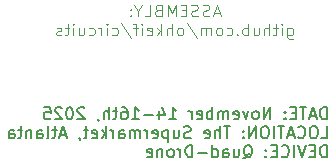
<source format=gbo>
G04 #@! TF.GenerationSoftware,KiCad,Pcbnew,(6.0.2-0)*
G04 #@! TF.CreationDate,2025-10-04T10:08:25-04:00*
G04 #@! TF.ProjectId,Quad_Drone,51756164-5f44-4726-9f6e-652e6b696361,rev?*
G04 #@! TF.SameCoordinates,Original*
G04 #@! TF.FileFunction,Legend,Bot*
G04 #@! TF.FilePolarity,Positive*
%FSLAX46Y46*%
G04 Gerber Fmt 4.6, Leading zero omitted, Abs format (unit mm)*
G04 Created by KiCad (PCBNEW (6.0.2-0)) date 2025-10-04 10:08:25*
%MOMM*%
%LPD*%
G01*
G04 APERTURE LIST*
G04 Aperture macros list*
%AMRoundRect*
0 Rectangle with rounded corners*
0 $1 Rounding radius*
0 $2 $3 $4 $5 $6 $7 $8 $9 X,Y pos of 4 corners*
0 Add a 4 corners polygon primitive as box body*
4,1,4,$2,$3,$4,$5,$6,$7,$8,$9,$2,$3,0*
0 Add four circle primitives for the rounded corners*
1,1,$1+$1,$2,$3*
1,1,$1+$1,$4,$5*
1,1,$1+$1,$6,$7*
1,1,$1+$1,$8,$9*
0 Add four rect primitives between the rounded corners*
20,1,$1+$1,$2,$3,$4,$5,0*
20,1,$1+$1,$4,$5,$6,$7,0*
20,1,$1+$1,$6,$7,$8,$9,0*
20,1,$1+$1,$8,$9,$2,$3,0*%
G04 Aperture macros list end*
%ADD10C,0.150000*%
%ADD11C,0.125000*%
%ADD12RoundRect,0.250001X-0.799999X-0.799999X0.799999X-0.799999X0.799999X0.799999X-0.799999X0.799999X0*%
%ADD13C,2.100000*%
%ADD14R,1.800000X1.800000*%
%ADD15C,1.800000*%
%ADD16C,2.500000*%
%ADD17R,1.050000X1.500000*%
%ADD18O,1.050000X1.500000*%
%ADD19C,2.550000*%
%ADD20RoundRect,0.249999X-1.025001X1.025001X-1.025001X-1.025001X1.025001X-1.025001X1.025001X1.025001X0*%
%ADD21R,1.600000X1.600000*%
%ADD22C,1.600000*%
%ADD23O,1.600000X1.600000*%
G04 APERTURE END LIST*
D10*
X198564404Y-67342380D02*
X198564404Y-66342380D01*
X198326309Y-66342380D01*
X198183452Y-66390000D01*
X198088214Y-66485238D01*
X198040595Y-66580476D01*
X197992976Y-66770952D01*
X197992976Y-66913809D01*
X198040595Y-67104285D01*
X198088214Y-67199523D01*
X198183452Y-67294761D01*
X198326309Y-67342380D01*
X198564404Y-67342380D01*
X197612023Y-67056666D02*
X197135833Y-67056666D01*
X197707261Y-67342380D02*
X197373928Y-66342380D01*
X197040595Y-67342380D01*
X196850119Y-66342380D02*
X196278690Y-66342380D01*
X196564404Y-67342380D02*
X196564404Y-66342380D01*
X195945357Y-66818571D02*
X195612023Y-66818571D01*
X195469166Y-67342380D02*
X195945357Y-67342380D01*
X195945357Y-66342380D01*
X195469166Y-66342380D01*
X195040595Y-67247142D02*
X194992976Y-67294761D01*
X195040595Y-67342380D01*
X195088214Y-67294761D01*
X195040595Y-67247142D01*
X195040595Y-67342380D01*
X195040595Y-66723333D02*
X194992976Y-66770952D01*
X195040595Y-66818571D01*
X195088214Y-66770952D01*
X195040595Y-66723333D01*
X195040595Y-66818571D01*
X193802500Y-67342380D02*
X193802500Y-66342380D01*
X193231071Y-67342380D01*
X193231071Y-66342380D01*
X192612023Y-67342380D02*
X192707261Y-67294761D01*
X192754880Y-67247142D01*
X192802500Y-67151904D01*
X192802500Y-66866190D01*
X192754880Y-66770952D01*
X192707261Y-66723333D01*
X192612023Y-66675714D01*
X192469166Y-66675714D01*
X192373928Y-66723333D01*
X192326309Y-66770952D01*
X192278690Y-66866190D01*
X192278690Y-67151904D01*
X192326309Y-67247142D01*
X192373928Y-67294761D01*
X192469166Y-67342380D01*
X192612023Y-67342380D01*
X191945357Y-66675714D02*
X191707261Y-67342380D01*
X191469166Y-66675714D01*
X190707261Y-67294761D02*
X190802500Y-67342380D01*
X190992976Y-67342380D01*
X191088214Y-67294761D01*
X191135833Y-67199523D01*
X191135833Y-66818571D01*
X191088214Y-66723333D01*
X190992976Y-66675714D01*
X190802500Y-66675714D01*
X190707261Y-66723333D01*
X190659642Y-66818571D01*
X190659642Y-66913809D01*
X191135833Y-67009047D01*
X190231071Y-67342380D02*
X190231071Y-66675714D01*
X190231071Y-66770952D02*
X190183452Y-66723333D01*
X190088214Y-66675714D01*
X189945357Y-66675714D01*
X189850119Y-66723333D01*
X189802500Y-66818571D01*
X189802500Y-67342380D01*
X189802500Y-66818571D02*
X189754880Y-66723333D01*
X189659642Y-66675714D01*
X189516785Y-66675714D01*
X189421547Y-66723333D01*
X189373928Y-66818571D01*
X189373928Y-67342380D01*
X188897738Y-67342380D02*
X188897738Y-66342380D01*
X188897738Y-66723333D02*
X188802500Y-66675714D01*
X188612023Y-66675714D01*
X188516785Y-66723333D01*
X188469166Y-66770952D01*
X188421547Y-66866190D01*
X188421547Y-67151904D01*
X188469166Y-67247142D01*
X188516785Y-67294761D01*
X188612023Y-67342380D01*
X188802500Y-67342380D01*
X188897738Y-67294761D01*
X187612023Y-67294761D02*
X187707261Y-67342380D01*
X187897738Y-67342380D01*
X187992976Y-67294761D01*
X188040595Y-67199523D01*
X188040595Y-66818571D01*
X187992976Y-66723333D01*
X187897738Y-66675714D01*
X187707261Y-66675714D01*
X187612023Y-66723333D01*
X187564404Y-66818571D01*
X187564404Y-66913809D01*
X188040595Y-67009047D01*
X187135833Y-67342380D02*
X187135833Y-66675714D01*
X187135833Y-66866190D02*
X187088214Y-66770952D01*
X187040595Y-66723333D01*
X186945357Y-66675714D01*
X186850119Y-66675714D01*
X185231071Y-67342380D02*
X185802500Y-67342380D01*
X185516785Y-67342380D02*
X185516785Y-66342380D01*
X185612023Y-66485238D01*
X185707261Y-66580476D01*
X185802500Y-66628095D01*
X184373928Y-66675714D02*
X184373928Y-67342380D01*
X184612023Y-66294761D02*
X184850119Y-67009047D01*
X184231071Y-67009047D01*
X183850119Y-66961428D02*
X183088214Y-66961428D01*
X182088214Y-67342380D02*
X182659642Y-67342380D01*
X182373928Y-67342380D02*
X182373928Y-66342380D01*
X182469166Y-66485238D01*
X182564404Y-66580476D01*
X182659642Y-66628095D01*
X181231071Y-66342380D02*
X181421547Y-66342380D01*
X181516785Y-66390000D01*
X181564404Y-66437619D01*
X181659642Y-66580476D01*
X181707261Y-66770952D01*
X181707261Y-67151904D01*
X181659642Y-67247142D01*
X181612023Y-67294761D01*
X181516785Y-67342380D01*
X181326309Y-67342380D01*
X181231071Y-67294761D01*
X181183452Y-67247142D01*
X181135833Y-67151904D01*
X181135833Y-66913809D01*
X181183452Y-66818571D01*
X181231071Y-66770952D01*
X181326309Y-66723333D01*
X181516785Y-66723333D01*
X181612023Y-66770952D01*
X181659642Y-66818571D01*
X181707261Y-66913809D01*
X180850119Y-66675714D02*
X180469166Y-66675714D01*
X180707261Y-66342380D02*
X180707261Y-67199523D01*
X180659642Y-67294761D01*
X180564404Y-67342380D01*
X180469166Y-67342380D01*
X180135833Y-67342380D02*
X180135833Y-66342380D01*
X179707261Y-67342380D02*
X179707261Y-66818571D01*
X179754880Y-66723333D01*
X179850119Y-66675714D01*
X179992976Y-66675714D01*
X180088214Y-66723333D01*
X180135833Y-66770952D01*
X179183452Y-67294761D02*
X179183452Y-67342380D01*
X179231071Y-67437619D01*
X179278690Y-67485238D01*
X178040595Y-66437619D02*
X177992976Y-66390000D01*
X177897738Y-66342380D01*
X177659642Y-66342380D01*
X177564404Y-66390000D01*
X177516785Y-66437619D01*
X177469166Y-66532857D01*
X177469166Y-66628095D01*
X177516785Y-66770952D01*
X178088214Y-67342380D01*
X177469166Y-67342380D01*
X176850119Y-66342380D02*
X176754880Y-66342380D01*
X176659642Y-66390000D01*
X176612023Y-66437619D01*
X176564404Y-66532857D01*
X176516785Y-66723333D01*
X176516785Y-66961428D01*
X176564404Y-67151904D01*
X176612023Y-67247142D01*
X176659642Y-67294761D01*
X176754880Y-67342380D01*
X176850119Y-67342380D01*
X176945357Y-67294761D01*
X176992976Y-67247142D01*
X177040595Y-67151904D01*
X177088214Y-66961428D01*
X177088214Y-66723333D01*
X177040595Y-66532857D01*
X176992976Y-66437619D01*
X176945357Y-66390000D01*
X176850119Y-66342380D01*
X176135833Y-66437619D02*
X176088214Y-66390000D01*
X175992976Y-66342380D01*
X175754880Y-66342380D01*
X175659642Y-66390000D01*
X175612023Y-66437619D01*
X175564404Y-66532857D01*
X175564404Y-66628095D01*
X175612023Y-66770952D01*
X176183452Y-67342380D01*
X175564404Y-67342380D01*
X174659642Y-66342380D02*
X175135833Y-66342380D01*
X175183452Y-66818571D01*
X175135833Y-66770952D01*
X175040595Y-66723333D01*
X174802500Y-66723333D01*
X174707261Y-66770952D01*
X174659642Y-66818571D01*
X174612023Y-66913809D01*
X174612023Y-67151904D01*
X174659642Y-67247142D01*
X174707261Y-67294761D01*
X174802500Y-67342380D01*
X175040595Y-67342380D01*
X175135833Y-67294761D01*
X175183452Y-67247142D01*
X198088214Y-68952380D02*
X198564404Y-68952380D01*
X198564404Y-67952380D01*
X197564404Y-67952380D02*
X197373928Y-67952380D01*
X197278690Y-68000000D01*
X197183452Y-68095238D01*
X197135833Y-68285714D01*
X197135833Y-68619047D01*
X197183452Y-68809523D01*
X197278690Y-68904761D01*
X197373928Y-68952380D01*
X197564404Y-68952380D01*
X197659642Y-68904761D01*
X197754880Y-68809523D01*
X197802500Y-68619047D01*
X197802500Y-68285714D01*
X197754880Y-68095238D01*
X197659642Y-68000000D01*
X197564404Y-67952380D01*
X196135833Y-68857142D02*
X196183452Y-68904761D01*
X196326309Y-68952380D01*
X196421547Y-68952380D01*
X196564404Y-68904761D01*
X196659642Y-68809523D01*
X196707261Y-68714285D01*
X196754880Y-68523809D01*
X196754880Y-68380952D01*
X196707261Y-68190476D01*
X196659642Y-68095238D01*
X196564404Y-68000000D01*
X196421547Y-67952380D01*
X196326309Y-67952380D01*
X196183452Y-68000000D01*
X196135833Y-68047619D01*
X195754880Y-68666666D02*
X195278690Y-68666666D01*
X195850119Y-68952380D02*
X195516785Y-67952380D01*
X195183452Y-68952380D01*
X194992976Y-67952380D02*
X194421547Y-67952380D01*
X194707261Y-68952380D02*
X194707261Y-67952380D01*
X194088214Y-68952380D02*
X194088214Y-67952380D01*
X193421547Y-67952380D02*
X193231071Y-67952380D01*
X193135833Y-68000000D01*
X193040595Y-68095238D01*
X192992976Y-68285714D01*
X192992976Y-68619047D01*
X193040595Y-68809523D01*
X193135833Y-68904761D01*
X193231071Y-68952380D01*
X193421547Y-68952380D01*
X193516785Y-68904761D01*
X193612023Y-68809523D01*
X193659642Y-68619047D01*
X193659642Y-68285714D01*
X193612023Y-68095238D01*
X193516785Y-68000000D01*
X193421547Y-67952380D01*
X192564404Y-68952380D02*
X192564404Y-67952380D01*
X191992976Y-68952380D01*
X191992976Y-67952380D01*
X191516785Y-68857142D02*
X191469166Y-68904761D01*
X191516785Y-68952380D01*
X191564404Y-68904761D01*
X191516785Y-68857142D01*
X191516785Y-68952380D01*
X191516785Y-68333333D02*
X191469166Y-68380952D01*
X191516785Y-68428571D01*
X191564404Y-68380952D01*
X191516785Y-68333333D01*
X191516785Y-68428571D01*
X190421547Y-67952380D02*
X189850119Y-67952380D01*
X190135833Y-68952380D02*
X190135833Y-67952380D01*
X189516785Y-68952380D02*
X189516785Y-67952380D01*
X189088214Y-68952380D02*
X189088214Y-68428571D01*
X189135833Y-68333333D01*
X189231071Y-68285714D01*
X189373928Y-68285714D01*
X189469166Y-68333333D01*
X189516785Y-68380952D01*
X188231071Y-68904761D02*
X188326309Y-68952380D01*
X188516785Y-68952380D01*
X188612023Y-68904761D01*
X188659642Y-68809523D01*
X188659642Y-68428571D01*
X188612023Y-68333333D01*
X188516785Y-68285714D01*
X188326309Y-68285714D01*
X188231071Y-68333333D01*
X188183452Y-68428571D01*
X188183452Y-68523809D01*
X188659642Y-68619047D01*
X187040595Y-68904761D02*
X186897738Y-68952380D01*
X186659642Y-68952380D01*
X186564404Y-68904761D01*
X186516785Y-68857142D01*
X186469166Y-68761904D01*
X186469166Y-68666666D01*
X186516785Y-68571428D01*
X186564404Y-68523809D01*
X186659642Y-68476190D01*
X186850119Y-68428571D01*
X186945357Y-68380952D01*
X186992976Y-68333333D01*
X187040595Y-68238095D01*
X187040595Y-68142857D01*
X186992976Y-68047619D01*
X186945357Y-68000000D01*
X186850119Y-67952380D01*
X186612023Y-67952380D01*
X186469166Y-68000000D01*
X185612023Y-68285714D02*
X185612023Y-68952380D01*
X186040595Y-68285714D02*
X186040595Y-68809523D01*
X185992976Y-68904761D01*
X185897738Y-68952380D01*
X185754880Y-68952380D01*
X185659642Y-68904761D01*
X185612023Y-68857142D01*
X185135833Y-68285714D02*
X185135833Y-69285714D01*
X185135833Y-68333333D02*
X185040595Y-68285714D01*
X184850119Y-68285714D01*
X184754880Y-68333333D01*
X184707261Y-68380952D01*
X184659642Y-68476190D01*
X184659642Y-68761904D01*
X184707261Y-68857142D01*
X184754880Y-68904761D01*
X184850119Y-68952380D01*
X185040595Y-68952380D01*
X185135833Y-68904761D01*
X183850119Y-68904761D02*
X183945357Y-68952380D01*
X184135833Y-68952380D01*
X184231071Y-68904761D01*
X184278690Y-68809523D01*
X184278690Y-68428571D01*
X184231071Y-68333333D01*
X184135833Y-68285714D01*
X183945357Y-68285714D01*
X183850119Y-68333333D01*
X183802500Y-68428571D01*
X183802500Y-68523809D01*
X184278690Y-68619047D01*
X183373928Y-68952380D02*
X183373928Y-68285714D01*
X183373928Y-68476190D02*
X183326309Y-68380952D01*
X183278690Y-68333333D01*
X183183452Y-68285714D01*
X183088214Y-68285714D01*
X182754880Y-68952380D02*
X182754880Y-68285714D01*
X182754880Y-68380952D02*
X182707261Y-68333333D01*
X182612023Y-68285714D01*
X182469166Y-68285714D01*
X182373928Y-68333333D01*
X182326309Y-68428571D01*
X182326309Y-68952380D01*
X182326309Y-68428571D02*
X182278690Y-68333333D01*
X182183452Y-68285714D01*
X182040595Y-68285714D01*
X181945357Y-68333333D01*
X181897738Y-68428571D01*
X181897738Y-68952380D01*
X180992976Y-68952380D02*
X180992976Y-68428571D01*
X181040595Y-68333333D01*
X181135833Y-68285714D01*
X181326309Y-68285714D01*
X181421547Y-68333333D01*
X180992976Y-68904761D02*
X181088214Y-68952380D01*
X181326309Y-68952380D01*
X181421547Y-68904761D01*
X181469166Y-68809523D01*
X181469166Y-68714285D01*
X181421547Y-68619047D01*
X181326309Y-68571428D01*
X181088214Y-68571428D01*
X180992976Y-68523809D01*
X180516785Y-68952380D02*
X180516785Y-68285714D01*
X180516785Y-68476190D02*
X180469166Y-68380952D01*
X180421547Y-68333333D01*
X180326309Y-68285714D01*
X180231071Y-68285714D01*
X179897738Y-68952380D02*
X179897738Y-67952380D01*
X179802500Y-68571428D02*
X179516785Y-68952380D01*
X179516785Y-68285714D02*
X179897738Y-68666666D01*
X178707261Y-68904761D02*
X178802500Y-68952380D01*
X178992976Y-68952380D01*
X179088214Y-68904761D01*
X179135833Y-68809523D01*
X179135833Y-68428571D01*
X179088214Y-68333333D01*
X178992976Y-68285714D01*
X178802500Y-68285714D01*
X178707261Y-68333333D01*
X178659642Y-68428571D01*
X178659642Y-68523809D01*
X179135833Y-68619047D01*
X178373928Y-68285714D02*
X177992976Y-68285714D01*
X178231071Y-67952380D02*
X178231071Y-68809523D01*
X178183452Y-68904761D01*
X178088214Y-68952380D01*
X177992976Y-68952380D01*
X177612023Y-68904761D02*
X177612023Y-68952380D01*
X177659642Y-69047619D01*
X177707261Y-69095238D01*
X176469166Y-68666666D02*
X175992976Y-68666666D01*
X176564404Y-68952380D02*
X176231071Y-67952380D01*
X175897738Y-68952380D01*
X175707261Y-68285714D02*
X175326309Y-68285714D01*
X175564404Y-67952380D02*
X175564404Y-68809523D01*
X175516785Y-68904761D01*
X175421547Y-68952380D01*
X175326309Y-68952380D01*
X174850119Y-68952380D02*
X174945357Y-68904761D01*
X174992976Y-68809523D01*
X174992976Y-67952380D01*
X174040595Y-68952380D02*
X174040595Y-68428571D01*
X174088214Y-68333333D01*
X174183452Y-68285714D01*
X174373928Y-68285714D01*
X174469166Y-68333333D01*
X174040595Y-68904761D02*
X174135833Y-68952380D01*
X174373928Y-68952380D01*
X174469166Y-68904761D01*
X174516785Y-68809523D01*
X174516785Y-68714285D01*
X174469166Y-68619047D01*
X174373928Y-68571428D01*
X174135833Y-68571428D01*
X174040595Y-68523809D01*
X173564404Y-68285714D02*
X173564404Y-68952380D01*
X173564404Y-68380952D02*
X173516785Y-68333333D01*
X173421547Y-68285714D01*
X173278690Y-68285714D01*
X173183452Y-68333333D01*
X173135833Y-68428571D01*
X173135833Y-68952380D01*
X172802500Y-68285714D02*
X172421547Y-68285714D01*
X172659642Y-67952380D02*
X172659642Y-68809523D01*
X172612023Y-68904761D01*
X172516785Y-68952380D01*
X172421547Y-68952380D01*
X171659642Y-68952380D02*
X171659642Y-68428571D01*
X171707261Y-68333333D01*
X171802500Y-68285714D01*
X171992976Y-68285714D01*
X172088214Y-68333333D01*
X171659642Y-68904761D02*
X171754880Y-68952380D01*
X171992976Y-68952380D01*
X172088214Y-68904761D01*
X172135833Y-68809523D01*
X172135833Y-68714285D01*
X172088214Y-68619047D01*
X171992976Y-68571428D01*
X171754880Y-68571428D01*
X171659642Y-68523809D01*
X198564404Y-70562380D02*
X198564404Y-69562380D01*
X198326309Y-69562380D01*
X198183452Y-69610000D01*
X198088214Y-69705238D01*
X198040595Y-69800476D01*
X197992976Y-69990952D01*
X197992976Y-70133809D01*
X198040595Y-70324285D01*
X198088214Y-70419523D01*
X198183452Y-70514761D01*
X198326309Y-70562380D01*
X198564404Y-70562380D01*
X197564404Y-70038571D02*
X197231071Y-70038571D01*
X197088214Y-70562380D02*
X197564404Y-70562380D01*
X197564404Y-69562380D01*
X197088214Y-69562380D01*
X196802500Y-69562380D02*
X196469166Y-70562380D01*
X196135833Y-69562380D01*
X195802500Y-70562380D02*
X195802500Y-69562380D01*
X194754880Y-70467142D02*
X194802500Y-70514761D01*
X194945357Y-70562380D01*
X195040595Y-70562380D01*
X195183452Y-70514761D01*
X195278690Y-70419523D01*
X195326309Y-70324285D01*
X195373928Y-70133809D01*
X195373928Y-69990952D01*
X195326309Y-69800476D01*
X195278690Y-69705238D01*
X195183452Y-69610000D01*
X195040595Y-69562380D01*
X194945357Y-69562380D01*
X194802500Y-69610000D01*
X194754880Y-69657619D01*
X194326309Y-70038571D02*
X193992976Y-70038571D01*
X193850119Y-70562380D02*
X194326309Y-70562380D01*
X194326309Y-69562380D01*
X193850119Y-69562380D01*
X193421547Y-70467142D02*
X193373928Y-70514761D01*
X193421547Y-70562380D01*
X193469166Y-70514761D01*
X193421547Y-70467142D01*
X193421547Y-70562380D01*
X193421547Y-69943333D02*
X193373928Y-69990952D01*
X193421547Y-70038571D01*
X193469166Y-69990952D01*
X193421547Y-69943333D01*
X193421547Y-70038571D01*
X191516785Y-70657619D02*
X191612023Y-70610000D01*
X191707261Y-70514761D01*
X191850119Y-70371904D01*
X191945357Y-70324285D01*
X192040595Y-70324285D01*
X191992976Y-70562380D02*
X192088214Y-70514761D01*
X192183452Y-70419523D01*
X192231071Y-70229047D01*
X192231071Y-69895714D01*
X192183452Y-69705238D01*
X192088214Y-69610000D01*
X191992976Y-69562380D01*
X191802500Y-69562380D01*
X191707261Y-69610000D01*
X191612023Y-69705238D01*
X191564404Y-69895714D01*
X191564404Y-70229047D01*
X191612023Y-70419523D01*
X191707261Y-70514761D01*
X191802500Y-70562380D01*
X191992976Y-70562380D01*
X190707261Y-69895714D02*
X190707261Y-70562380D01*
X191135833Y-69895714D02*
X191135833Y-70419523D01*
X191088214Y-70514761D01*
X190992976Y-70562380D01*
X190850119Y-70562380D01*
X190754880Y-70514761D01*
X190707261Y-70467142D01*
X189802500Y-70562380D02*
X189802500Y-70038571D01*
X189850119Y-69943333D01*
X189945357Y-69895714D01*
X190135833Y-69895714D01*
X190231071Y-69943333D01*
X189802500Y-70514761D02*
X189897738Y-70562380D01*
X190135833Y-70562380D01*
X190231071Y-70514761D01*
X190278690Y-70419523D01*
X190278690Y-70324285D01*
X190231071Y-70229047D01*
X190135833Y-70181428D01*
X189897738Y-70181428D01*
X189802500Y-70133809D01*
X188897738Y-70562380D02*
X188897738Y-69562380D01*
X188897738Y-70514761D02*
X188992976Y-70562380D01*
X189183452Y-70562380D01*
X189278690Y-70514761D01*
X189326309Y-70467142D01*
X189373928Y-70371904D01*
X189373928Y-70086190D01*
X189326309Y-69990952D01*
X189278690Y-69943333D01*
X189183452Y-69895714D01*
X188992976Y-69895714D01*
X188897738Y-69943333D01*
X188421547Y-70181428D02*
X187659642Y-70181428D01*
X187183452Y-70562380D02*
X187183452Y-69562380D01*
X186945357Y-69562380D01*
X186802500Y-69610000D01*
X186707261Y-69705238D01*
X186659642Y-69800476D01*
X186612023Y-69990952D01*
X186612023Y-70133809D01*
X186659642Y-70324285D01*
X186707261Y-70419523D01*
X186802500Y-70514761D01*
X186945357Y-70562380D01*
X187183452Y-70562380D01*
X186183452Y-70562380D02*
X186183452Y-69895714D01*
X186183452Y-70086190D02*
X186135833Y-69990952D01*
X186088214Y-69943333D01*
X185992976Y-69895714D01*
X185897738Y-69895714D01*
X185421547Y-70562380D02*
X185516785Y-70514761D01*
X185564404Y-70467142D01*
X185612023Y-70371904D01*
X185612023Y-70086190D01*
X185564404Y-69990952D01*
X185516785Y-69943333D01*
X185421547Y-69895714D01*
X185278690Y-69895714D01*
X185183452Y-69943333D01*
X185135833Y-69990952D01*
X185088214Y-70086190D01*
X185088214Y-70371904D01*
X185135833Y-70467142D01*
X185183452Y-70514761D01*
X185278690Y-70562380D01*
X185421547Y-70562380D01*
X184659642Y-69895714D02*
X184659642Y-70562380D01*
X184659642Y-69990952D02*
X184612023Y-69943333D01*
X184516785Y-69895714D01*
X184373928Y-69895714D01*
X184278690Y-69943333D01*
X184231071Y-70038571D01*
X184231071Y-70562380D01*
X183373928Y-70514761D02*
X183469166Y-70562380D01*
X183659642Y-70562380D01*
X183754880Y-70514761D01*
X183802500Y-70419523D01*
X183802500Y-70038571D01*
X183754880Y-69943333D01*
X183659642Y-69895714D01*
X183469166Y-69895714D01*
X183373928Y-69943333D01*
X183326309Y-70038571D01*
X183326309Y-70133809D01*
X183802500Y-70229047D01*
D11*
X189485714Y-58361666D02*
X189009523Y-58361666D01*
X189580952Y-58647380D02*
X189247619Y-57647380D01*
X188914285Y-58647380D01*
X188628571Y-58599761D02*
X188485714Y-58647380D01*
X188247619Y-58647380D01*
X188152380Y-58599761D01*
X188104761Y-58552142D01*
X188057142Y-58456904D01*
X188057142Y-58361666D01*
X188104761Y-58266428D01*
X188152380Y-58218809D01*
X188247619Y-58171190D01*
X188438095Y-58123571D01*
X188533333Y-58075952D01*
X188580952Y-58028333D01*
X188628571Y-57933095D01*
X188628571Y-57837857D01*
X188580952Y-57742619D01*
X188533333Y-57695000D01*
X188438095Y-57647380D01*
X188200000Y-57647380D01*
X188057142Y-57695000D01*
X187676190Y-58599761D02*
X187533333Y-58647380D01*
X187295238Y-58647380D01*
X187200000Y-58599761D01*
X187152380Y-58552142D01*
X187104761Y-58456904D01*
X187104761Y-58361666D01*
X187152380Y-58266428D01*
X187200000Y-58218809D01*
X187295238Y-58171190D01*
X187485714Y-58123571D01*
X187580952Y-58075952D01*
X187628571Y-58028333D01*
X187676190Y-57933095D01*
X187676190Y-57837857D01*
X187628571Y-57742619D01*
X187580952Y-57695000D01*
X187485714Y-57647380D01*
X187247619Y-57647380D01*
X187104761Y-57695000D01*
X186676190Y-58123571D02*
X186342857Y-58123571D01*
X186200000Y-58647380D02*
X186676190Y-58647380D01*
X186676190Y-57647380D01*
X186200000Y-57647380D01*
X185771428Y-58647380D02*
X185771428Y-57647380D01*
X185438095Y-58361666D01*
X185104761Y-57647380D01*
X185104761Y-58647380D01*
X184295238Y-58123571D02*
X184152380Y-58171190D01*
X184104761Y-58218809D01*
X184057142Y-58314047D01*
X184057142Y-58456904D01*
X184104761Y-58552142D01*
X184152380Y-58599761D01*
X184247619Y-58647380D01*
X184628571Y-58647380D01*
X184628571Y-57647380D01*
X184295238Y-57647380D01*
X184200000Y-57695000D01*
X184152380Y-57742619D01*
X184104761Y-57837857D01*
X184104761Y-57933095D01*
X184152380Y-58028333D01*
X184200000Y-58075952D01*
X184295238Y-58123571D01*
X184628571Y-58123571D01*
X183152380Y-58647380D02*
X183628571Y-58647380D01*
X183628571Y-57647380D01*
X182628571Y-58171190D02*
X182628571Y-58647380D01*
X182961904Y-57647380D02*
X182628571Y-58171190D01*
X182295238Y-57647380D01*
X181961904Y-58552142D02*
X181914285Y-58599761D01*
X181961904Y-58647380D01*
X182009523Y-58599761D01*
X181961904Y-58552142D01*
X181961904Y-58647380D01*
X181961904Y-58028333D02*
X181914285Y-58075952D01*
X181961904Y-58123571D01*
X182009523Y-58075952D01*
X181961904Y-58028333D01*
X181961904Y-58123571D01*
X195247619Y-59590714D02*
X195247619Y-60400238D01*
X195295238Y-60495476D01*
X195342857Y-60543095D01*
X195438095Y-60590714D01*
X195580952Y-60590714D01*
X195676190Y-60543095D01*
X195247619Y-60209761D02*
X195342857Y-60257380D01*
X195533333Y-60257380D01*
X195628571Y-60209761D01*
X195676190Y-60162142D01*
X195723809Y-60066904D01*
X195723809Y-59781190D01*
X195676190Y-59685952D01*
X195628571Y-59638333D01*
X195533333Y-59590714D01*
X195342857Y-59590714D01*
X195247619Y-59638333D01*
X194771428Y-60257380D02*
X194771428Y-59590714D01*
X194771428Y-59257380D02*
X194819047Y-59305000D01*
X194771428Y-59352619D01*
X194723809Y-59305000D01*
X194771428Y-59257380D01*
X194771428Y-59352619D01*
X194438095Y-59590714D02*
X194057142Y-59590714D01*
X194295238Y-59257380D02*
X194295238Y-60114523D01*
X194247619Y-60209761D01*
X194152380Y-60257380D01*
X194057142Y-60257380D01*
X193723809Y-60257380D02*
X193723809Y-59257380D01*
X193295238Y-60257380D02*
X193295238Y-59733571D01*
X193342857Y-59638333D01*
X193438095Y-59590714D01*
X193580952Y-59590714D01*
X193676190Y-59638333D01*
X193723809Y-59685952D01*
X192390476Y-59590714D02*
X192390476Y-60257380D01*
X192819047Y-59590714D02*
X192819047Y-60114523D01*
X192771428Y-60209761D01*
X192676190Y-60257380D01*
X192533333Y-60257380D01*
X192438095Y-60209761D01*
X192390476Y-60162142D01*
X191914285Y-60257380D02*
X191914285Y-59257380D01*
X191914285Y-59638333D02*
X191819047Y-59590714D01*
X191628571Y-59590714D01*
X191533333Y-59638333D01*
X191485714Y-59685952D01*
X191438095Y-59781190D01*
X191438095Y-60066904D01*
X191485714Y-60162142D01*
X191533333Y-60209761D01*
X191628571Y-60257380D01*
X191819047Y-60257380D01*
X191914285Y-60209761D01*
X191009523Y-60162142D02*
X190961904Y-60209761D01*
X191009523Y-60257380D01*
X191057142Y-60209761D01*
X191009523Y-60162142D01*
X191009523Y-60257380D01*
X190104761Y-60209761D02*
X190200000Y-60257380D01*
X190390476Y-60257380D01*
X190485714Y-60209761D01*
X190533333Y-60162142D01*
X190580952Y-60066904D01*
X190580952Y-59781190D01*
X190533333Y-59685952D01*
X190485714Y-59638333D01*
X190390476Y-59590714D01*
X190200000Y-59590714D01*
X190104761Y-59638333D01*
X189533333Y-60257380D02*
X189628571Y-60209761D01*
X189676190Y-60162142D01*
X189723809Y-60066904D01*
X189723809Y-59781190D01*
X189676190Y-59685952D01*
X189628571Y-59638333D01*
X189533333Y-59590714D01*
X189390476Y-59590714D01*
X189295238Y-59638333D01*
X189247619Y-59685952D01*
X189200000Y-59781190D01*
X189200000Y-60066904D01*
X189247619Y-60162142D01*
X189295238Y-60209761D01*
X189390476Y-60257380D01*
X189533333Y-60257380D01*
X188771428Y-60257380D02*
X188771428Y-59590714D01*
X188771428Y-59685952D02*
X188723809Y-59638333D01*
X188628571Y-59590714D01*
X188485714Y-59590714D01*
X188390476Y-59638333D01*
X188342857Y-59733571D01*
X188342857Y-60257380D01*
X188342857Y-59733571D02*
X188295238Y-59638333D01*
X188200000Y-59590714D01*
X188057142Y-59590714D01*
X187961904Y-59638333D01*
X187914285Y-59733571D01*
X187914285Y-60257380D01*
X186723809Y-59209761D02*
X187580952Y-60495476D01*
X186247619Y-60257380D02*
X186342857Y-60209761D01*
X186390476Y-60162142D01*
X186438095Y-60066904D01*
X186438095Y-59781190D01*
X186390476Y-59685952D01*
X186342857Y-59638333D01*
X186247619Y-59590714D01*
X186104761Y-59590714D01*
X186009523Y-59638333D01*
X185961904Y-59685952D01*
X185914285Y-59781190D01*
X185914285Y-60066904D01*
X185961904Y-60162142D01*
X186009523Y-60209761D01*
X186104761Y-60257380D01*
X186247619Y-60257380D01*
X185485714Y-60257380D02*
X185485714Y-59257380D01*
X185057142Y-60257380D02*
X185057142Y-59733571D01*
X185104761Y-59638333D01*
X185200000Y-59590714D01*
X185342857Y-59590714D01*
X185438095Y-59638333D01*
X185485714Y-59685952D01*
X184580952Y-60257380D02*
X184580952Y-59257380D01*
X184485714Y-59876428D02*
X184200000Y-60257380D01*
X184200000Y-59590714D02*
X184580952Y-59971666D01*
X183390476Y-60209761D02*
X183485714Y-60257380D01*
X183676190Y-60257380D01*
X183771428Y-60209761D01*
X183819047Y-60114523D01*
X183819047Y-59733571D01*
X183771428Y-59638333D01*
X183676190Y-59590714D01*
X183485714Y-59590714D01*
X183390476Y-59638333D01*
X183342857Y-59733571D01*
X183342857Y-59828809D01*
X183819047Y-59924047D01*
X182914285Y-60257380D02*
X182914285Y-59590714D01*
X182914285Y-59257380D02*
X182961904Y-59305000D01*
X182914285Y-59352619D01*
X182866666Y-59305000D01*
X182914285Y-59257380D01*
X182914285Y-59352619D01*
X182580952Y-59590714D02*
X182200000Y-59590714D01*
X182438095Y-60257380D02*
X182438095Y-59400238D01*
X182390476Y-59305000D01*
X182295238Y-59257380D01*
X182200000Y-59257380D01*
X181152380Y-59209761D02*
X182009523Y-60495476D01*
X180390476Y-60209761D02*
X180485714Y-60257380D01*
X180676190Y-60257380D01*
X180771428Y-60209761D01*
X180819047Y-60162142D01*
X180866666Y-60066904D01*
X180866666Y-59781190D01*
X180819047Y-59685952D01*
X180771428Y-59638333D01*
X180676190Y-59590714D01*
X180485714Y-59590714D01*
X180390476Y-59638333D01*
X179961904Y-60257380D02*
X179961904Y-59590714D01*
X179961904Y-59257380D02*
X180009523Y-59305000D01*
X179961904Y-59352619D01*
X179914285Y-59305000D01*
X179961904Y-59257380D01*
X179961904Y-59352619D01*
X179485714Y-60257380D02*
X179485714Y-59590714D01*
X179485714Y-59781190D02*
X179438095Y-59685952D01*
X179390476Y-59638333D01*
X179295238Y-59590714D01*
X179200000Y-59590714D01*
X178438095Y-60209761D02*
X178533333Y-60257380D01*
X178723809Y-60257380D01*
X178819047Y-60209761D01*
X178866666Y-60162142D01*
X178914285Y-60066904D01*
X178914285Y-59781190D01*
X178866666Y-59685952D01*
X178819047Y-59638333D01*
X178723809Y-59590714D01*
X178533333Y-59590714D01*
X178438095Y-59638333D01*
X177580952Y-59590714D02*
X177580952Y-60257380D01*
X178009523Y-59590714D02*
X178009523Y-60114523D01*
X177961904Y-60209761D01*
X177866666Y-60257380D01*
X177723809Y-60257380D01*
X177628571Y-60209761D01*
X177580952Y-60162142D01*
X177104761Y-60257380D02*
X177104761Y-59590714D01*
X177104761Y-59257380D02*
X177152380Y-59305000D01*
X177104761Y-59352619D01*
X177057142Y-59305000D01*
X177104761Y-59257380D01*
X177104761Y-59352619D01*
X176771428Y-59590714D02*
X176390476Y-59590714D01*
X176628571Y-59257380D02*
X176628571Y-60114523D01*
X176580952Y-60209761D01*
X176485714Y-60257380D01*
X176390476Y-60257380D01*
X176104761Y-60209761D02*
X176009523Y-60257380D01*
X175819047Y-60257380D01*
X175723809Y-60209761D01*
X175676190Y-60114523D01*
X175676190Y-60066904D01*
X175723809Y-59971666D01*
X175819047Y-59924047D01*
X175961904Y-59924047D01*
X176057142Y-59876428D01*
X176104761Y-59781190D01*
X176104761Y-59733571D01*
X176057142Y-59638333D01*
X175961904Y-59590714D01*
X175819047Y-59590714D01*
X175723809Y-59638333D01*
%LPC*%
D12*
X187750000Y-52500000D03*
D13*
X192350000Y-52500000D03*
X183700000Y-52500000D03*
D12*
X179100000Y-52500000D03*
D14*
X203050000Y-66350000D03*
D15*
X205590000Y-66350000D03*
D14*
X202900000Y-58250000D03*
D15*
X205440000Y-58250000D03*
D14*
X166050000Y-66300000D03*
D15*
X168590000Y-66300000D03*
D14*
X166125000Y-58250000D03*
D15*
X168665000Y-58250000D03*
D16*
X154600000Y-52750000D03*
D17*
X207330000Y-78410000D03*
D18*
X209870000Y-78410000D03*
D17*
X209250000Y-59000000D03*
D18*
X211790000Y-59000000D03*
D17*
X161180000Y-78110000D03*
D18*
X163720000Y-78110000D03*
D17*
X159250000Y-59250000D03*
D18*
X161790000Y-59250000D03*
D19*
X155300000Y-67050000D03*
X155300000Y-62250000D03*
D20*
X155300000Y-57450000D03*
D19*
X155250000Y-84600000D03*
X155250000Y-79800000D03*
D20*
X155250000Y-75000000D03*
D19*
X215300000Y-67050000D03*
X215300000Y-62250000D03*
D20*
X215300000Y-57450000D03*
D19*
X215150000Y-84550000D03*
X215150000Y-79750000D03*
D20*
X215150000Y-74950000D03*
D19*
X190300000Y-85450000D03*
X190300000Y-80650000D03*
D20*
X190300000Y-75850000D03*
D19*
X170150000Y-85450000D03*
X170150000Y-80650000D03*
D20*
X170150000Y-75850000D03*
D19*
X180300000Y-85500000D03*
X180300000Y-80700000D03*
D20*
X180300000Y-75900000D03*
D19*
X200450000Y-85500000D03*
X200450000Y-80700000D03*
D20*
X200450000Y-75900000D03*
D21*
X209314888Y-64590000D03*
D22*
X211814888Y-64590000D03*
X205570000Y-52500000D03*
D23*
X215730000Y-52500000D03*
D22*
X161814888Y-64740000D03*
D21*
X159314888Y-64740000D03*
D22*
X158820000Y-52400000D03*
D23*
X168980000Y-52400000D03*
D22*
X157370000Y-71350000D03*
D23*
X167530000Y-71350000D03*
X172200000Y-62530000D03*
D22*
X172200000Y-52370000D03*
X163644888Y-83400000D03*
D21*
X161144888Y-83400000D03*
D22*
X195950000Y-52320000D03*
D23*
X195950000Y-62480000D03*
X175550000Y-62530000D03*
D22*
X175550000Y-52370000D03*
X203770000Y-71400000D03*
D23*
X213930000Y-71400000D03*
X199300000Y-62480000D03*
D22*
X199300000Y-52320000D03*
X209844888Y-83500000D03*
D21*
X207344888Y-83500000D03*
M02*

</source>
